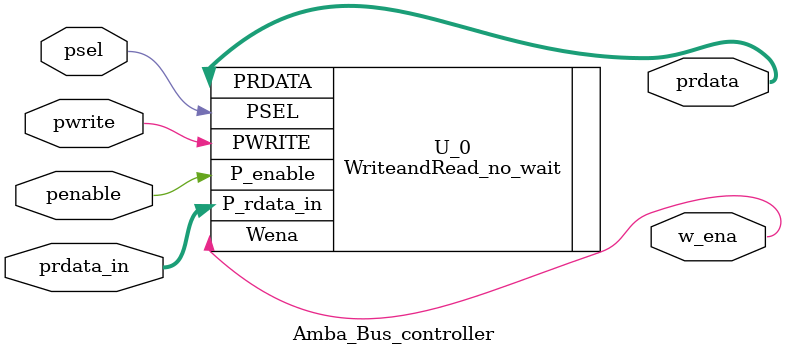
<source format=v>

`resetall
`timescale 1ns/10ps
module Amba_Bus_controller #(
   // synopsys template
   parameter amba_word       = 16,  //word size
   parameter amba_addr_depth = 20   //address size
)
( 
   // Port Declarations
   input   wire                           penable, 
   input   wire    [amba_word-1:0]        prdata_in, 
   input   wire                           psel, 
   input   wire                           pwrite, 
   output  wire    [amba_word-1:0]        prdata, 
   output  wire                           w_ena
);


// Internal Declarations


// Local declarations

// Internal signal declarations


// Instances 
WriteandRead_no_wait U_0( 
   .PSEL      (psel), 
   .PWRITE    (pwrite), 
   .P_rdata_in (prdata_in), 
   .P_enable   (penable), 
   .Wena     (w_ena), 
   .PRDATA    (prdata)
); 


endmodule // Amba_Bus_controller


</source>
